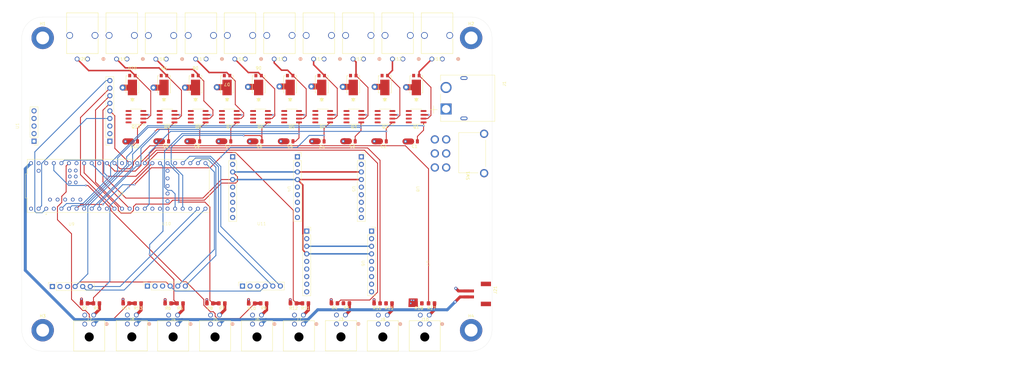
<source format=kicad_pcb>
(kicad_pcb (version 20240108) (generator "pcbnew") (generator_version "8.0")
  (layers (0 "F.Cu" signal) (1 "In1.Cu" signal) (2 "In2.Cu" signal) (31 "B.Cu" signal) (34 "B.Paste" user) (35 "F.Paste" user) (36 "B.SilkS" user "B.Silkscreen") (37 "F.SilkS" user "F.Silkscreen") (38 "B.Mask" user) (39 "F.Mask" user) (44 "Edge.Cuts" user))
  (net 0 "")
  (net 1 "+12V")
  (net 2 "Net-(D1-A)")
  (net 3 "Net-(D2-A)")
  (net 4 "Net-(D3-A)")
  (net 5 "Net-(D4-A)")
  (net 6 "Net-(D5-A)")
  (net 7 "Net-(D6-A)")
  (net 8 "Net-(D7-A)")
  (net 9 "Net-(D8-A)")
  (net 10 "Net-(D9-A)")
  (net 11 "GND")
  (net 12 "/pressure_transducers/PT1_O_RAW")
  (net 14 "+5V")
  (net 15 "/pressure_transducers/PT1_N_RAW")
  (net 18 "/pressure_transducers/PT1_P_RAW")
  (net 19 "/pressure_transducers/PT1_T_RAW")
  (net 21 "/pressure_transducers/PT1_I_RAW")
  (net 24 "/pressure_transducers/PT2_I_RAW")
  (net 25 "/pressure_transducers/PT3_I_RAW")
  (net 28 "/pressure_transducers/PT4_I_RAW")
  (net 29 "/pressure_transducers/PT5_I_RAW")
  (net 31 "/PV1_N")
  (net 32 "/PV1_O")
  (net 33 "/PV1_P")
  (net 34 "/PV1_T")
  (net 35 "/MBV1-I-1")
  (net 36 "/MBV1-I-2")
  (net 37 "/BV1-P")
  (net 38 "/BV1-T")
  (net 39 "/BV1-O")
  (net 40 "/PT1_O")
  (net 41 "/PT1_N")
  (net 42 "/PT1_P")
  (net 43 "/PT1_T")
  (net 44 "/PT1_I")
  (net 45 "/PT2_I")
  (net 46 "/PT3_I")
  (net 47 "/PT4_I")
  (net 48 "/PT5_I")
  (net 49 "/PV2_O")
  (net 50 "Net-(D10-A)")
  (net 51 "/IRQ")
  (net 60 "/LC1_RATE")
  (net 62 "/LC3_DATA")
  (net 63 "/LC3_RATE")
  (net 67 "/CS_Radio")
  (net 69 "/LC2_RATE")
  (net 73 "/RST")
  (net 74 "/MOSI")
  (net 77 "/LC2_DATA")
  (net 79 "/LC1_DATA")
  (net 80 "/SCL")
  (net 81 "/MISO")
  (net 82 "/SDA")
  (net 83 "+3V3")
  (net 85 "/SCK")
  (net 116 "Net-(SW1-A)")
  (footprint "Capacitor_SMD:C_0805_2012Metric" (layer "F.Cu") (at 146.133334 62.65 180)
    (property "Reference" "C2")
    (property "Value" "0.1u")
  )
  (footprint "hb_footprint_lib:CONN_SD-43045-001_04_MOL" (layer "F.Cu") (at 63.35 123.799999)
    (property "Reference" "J8")
    (property "Value" "0430450400")
  )
  (footprint "Resistor_SMD:R_0805_2012Metric_Pad1.20x1.40mm_HandSolder" (layer "F.Cu") (at 120 116.9 180)
    (property "Reference" "R11")
    (property "Value" "1K")
  )
  (footprint "Resistor_SMD:R_0805_2012Metric_Pad1.20x1.40mm_HandSolder" (layer "F.Cu") (at 129.725 116.875 180)
    (property "Reference" "R4")
    (property "Value" "2.7K")
  )
  (footprint "Capacitor_SMD:C_0805_2012Metric" (layer "F.Cu") (at 104.46667 62.65 180)
    (property "Reference" "C6")
    (property "Value" "0.1u")
  )
  (footprint "hb_footprint_lib:CONN02_1723103102_MOL" (layer "F.Cu") (at 99.841723 35.061852 180)
    (property "Reference" "J16")
    (property "Value" "1723103102")
  )
  (footprint "hb_footprint_lib:hx711_connector" (layer "F.Cu") (at 73.48875 90.7325)
    (property "Reference" "U10")
    (property "Value" "HX711")
  )
  (footprint "hb_footprint_lib:CONN02_1723103102_MOL" (layer "F.Cu") (at 113.043898 35.061852 180)
    (property "Reference" "J15")
    (property "Value" "1723103102")
  )
  (footprint "Package_SO:SOIC-8_3.9x4.9mm_P1.27mm" (layer "F.Cu") (at 63.232501 54.3865 180)
    (property "Reference" "Q10")
    (property "Value" "CWDM3011N TR13 PBFREE" (hide yes))
  )
  (footprint "hb_footprint_lib:POWERDI5_DIO" (layer "F.Cu") (at 125.457497 43.5459 180)
    (property "Reference" "D4" (hide yes))
    (property "Value" "SBRT20U60SP5-7")
  )
  (footprint "hb_footprint_lib:CONN02_1723103102_MOL" (layer "F.Cu") (at 152.650423 35.061852 180)
    (property "Reference" "J12")
    (property "Value" "1723103102")
  )
  (footprint "hb_footprint_lib:CONN_SD-43045-001_04_MOL" (layer "F.Cu") (at 105.277997 123.8357)
    (property "Reference" "J6")
    (property "Value" "0430450400")
  )
  (footprint "Resistor_SMD:R_0805_2012Metric_Pad1.20x1.40mm_HandSolder" (layer "F.Cu") (at 50 116.9 180)
    (property "Reference" "R1")
    (property "Value" "1K")
  )
  (footprint "Resistor_SMD:R_0805_2012Metric_Pad1.20x1.40mm_HandSolder" (layer "F.Cu") (at 162.235 116.9 180)
    (property "Reference" "R17")
    (property "Value" "1K")
  )
  (footprint "hb_footprint_lib:POWERDI5_DIO" (layer "F.Cu") (at 72.624167 43.5459 180)
    (property "Reference" "D9")
    (property "Value" "SBRT20U60SP5-7")
  )
  (footprint "Resistor_SMD:R_0805_2012Metric_Pad1.20x1.40mm_HandSolder" (layer "F.Cu") (at 78 116.9 180)
    (property "Reference" "R5")
    (property "Value" "1K")
  )
  (footprint "Package_SO:SOIC-8_3.9x4.9mm_P1.27mm" (layer "F.Cu") (at 157.082501 54.3865 180)
    (property "Reference" "Q1")
    (property "Value" "CWDM3011N TR13 PBFREE" (hide yes))
  )
  (footprint "Resistor_SMD:R_0805_2012Metric_Pad1.20x1.40mm_HandSolder" (layer "F.Cu") (at 88 116.9 180)
    (property "Reference" "R8")
    (property "Value" "2.7K")
  )
  (footprint "hb_footprint_lib:CONN_SD-43045-001_04_MOL" (layer "F.Cu") (at 133.4 123.8)
    (property "Reference" "J3")
    (property "Value" "0430450400")
  )
  (footprint "hb_footprint_lib:mcp9600_connector" (layer "F.Cu") (at 157.14 78.61 -90)
    (property "Reference" "U8")
    (property "Value" "MCP9600_Module")
  )
  (footprint "Capacitor_SMD:C_0805_2012Metric" (layer "F.Cu") (at 114.883336 62.65 180)
    (property "Reference" "C5")
    (property "Value" "0.1u")
  )
  (footprint "Capacitor_SMD:C_0805_2012Metric" (layer "F.Cu") (at 94.050004 62.65 180)
    (property "Reference" "C7")
    (property "Value" "0.1u")
  )
  (footprint "Package_SO:SOIC-8_3.9x4.9mm_P1.27mm" (layer "F.Cu") (at 115.371386 54.3865 180)
    (property "Reference" "Q5")
    (property "Value" "CWDM3011N TR13 PBFREE" (hide yes))
  )
  (footprint "hb_footprint_lib:teensy4.1" (layer "F.Cu") (at 57.31 77.58)
    (property "Reference" "U2")
    (property "Value" "teensy_4.1")
  )
  (footprint "hb_footprint_lib:CONN02_1723103102_MOL" (layer "F.Cu") (at 126.246073 35.061852 180)
    (property "Reference" "J14")
    (property "Value" "1723103102")
  )
  (footprint "hb_footprint_lib:POWERDI5_DIO" (layer "F.Cu") (at 83.190833 43.5459 180)
    (property "Reference" "D8")
    (property "Value" "SBRT20U60SP5-7")
  )
  (footprint "Package_SO:SOIC-8_3.9x4.9mm_P1.27mm" (layer "F.Cu") (at 84.088055 54.3865 180)
    (property "Reference" "Q8")
    (property "Value" "CWDM3011N TR13 PBFREE" (hide yes))
  )
  (footprint "hb_footprint_lib:mcp9600_connector" (layer "F.Cu") (at 114.04 78.61 -90)
    (property "Reference" "U4")
    (property "Value" "MCP9600_Module")
  )
  (footprint "hb_footprint_lib:CONN_SD-43045-001_04_MOL" (layer "F.Cu") (at 77.183699 123.8357)
    (property "Reference" "J4")
    (property "Value" "0430450400")
  )
  (footprint "Resistor_SMD:R_0805_2012Metric_Pad1.20x1.40mm_HandSolder" (layer "F.Cu") (at 133.725 116.85 180)
    (property "Reference" "R3")
    (property "Value" "1K")
  )
  (footprint "Resistor_SMD:R_0805_2012Metric_Pad1.20x1.40mm_HandSolder" (layer "F.Cu") (at 144 116.9 180)
    (property "Reference" "R16")
    (property "Value" "2.7K")
  )
  (footprint "hb_footprint_lib:CONN02_1723103102_MOL" (layer "F.Cu") (at 139.448248 35.061852 180)
    (property "Reference" "J13")
    (property "Value" "1723103102")
  )
  (footprint "hb_footprint_lib:CONN02_1723103102_MOL" (layer "F.Cu") (at 47.033023 35.061852 180)
    (property "Reference" "J20")
    (property "Value" "1723103102")
  )
  (footprint "hb_footprint_lib:hx711_connector" (layer "F.Cu") (at 41.65 90.8825)
    (property "Reference" "U9")
    (property "Value" "HX711")
  )
  (footprint "Resistor_SMD:R_0805_2012Metric_Pad1.20x1.40mm_HandSolder" (layer "F.Cu") (at 59.95 116.9 180)
    (property "Reference" "R14")
    (property "Value" "2.7K")
  )
  (footprint "MountingHole:MountingHole_4.3mm_M4_DIN965_Pad" (layer "F.Cu") (at 175.5 28)
    (property "Reference" "H2")
    (property "Value" "MountingHole")
  )
  (footprint "hb_footprint_lib:CONN02_1723103102_MOL" (layer "F.Cu") (at 86.7358 35.061852 180)
    (property "Reference" "J17")
    (property "Value" "1723103102")
  )
  (footprint "Package_SO:SOIC-8_3.9x4.9mm_P1.27mm" (layer "F.Cu") (at 125.799163 54.3865 180)
    (property "Reference" "Q4")
    (property "Value" "CWDM3011N TR13 PBFREE" (hide yes))
  )
  (footprint "Resistor_SMD:R_0805_2012Metric_Pad1.20x1.40mm_HandSolder" (layer "F.Cu") (at 92 116.9 180)
    (property "Reference" "R7")
    (property "Value" "1K")
  )
  (footprint "hb_footprint_lib:JST_S2B-PH-SM4-TB" (layer "F.Cu") (at 174.7 113.75 -90)
    (property "Reference" "J21")
    (property "Value" "5V Female")
  )
  (footprint "hb_footprint_lib:POWERDI5_DIO" (layer "F.Cu") (at 62.057501 43.5459 180)
    (property "Reference" "D10")
    (property "Value" "SBRT20U60SP5-7")
  )
  (footprint "Package_SO:SOIC-8_3.9x4.9mm_P1.27mm" (layer "F.Cu") (at 136.22694 54.3865 180)
    (property "Reference" "Q3")
    (property "Value" "CWDM3011N TR13 PBFREE" (hide yes))
  )
  (footprint "Resistor_SMD:R_0805_2012Metric_Pad1.20x1.40mm_HandSolder" (layer "F.Cu") (at 102 116.95 180)
    (property "Reference" "R10")
    (property "Value" "2.7K")
  )
  (footprint "hb_footprint_lib:AMASS_XT60PW-M" (layer "F.Cu") (at 173.1 48.2 -90)
    (property "Reference" "J1")
    (property "Value" "12V Female")
  )
  (footprint "hb_footprint_lib:POWERDI5_DIO" (layer "F.Cu") (at 93.757499 43.5459 180)
    (property "Reference" "D7")
    (property "Value" "SBRT20U60SP5-7")
  )
  (footprint "Package_SO:SOIC-8_3.9x4.9mm_P1.27mm" (layer "F.Cu") (at 104.943609 54.3865 180)
    (property "Reference" "Q6")
    (property "Value" "CWDM3011N TR13 PBFREE" (hide yes))
  )
  (footprint "hb_footprint_lib:POWERDI5_DIO" (layer "F.Cu") (at 146.590829 43.5459 180)
    (property "Reference" "D2" (hide yes))
    (property "Value" "SBRT20U60SP5-7")
  )
  (footprint "hb_footprint_lib:CONN_SD-43045-001_04_MOL" (layer "F.Cu") (at 147.419444 123.8357)
    (property "Reference" "J9")
    (property "Value" "0430450400")
  )
  (footprint "hb_footprint_lib:CONN02_1723103102_MOL" (layer "F.Cu") (at 60.235198 35.061852 180)
    (property "Reference" "J19")
    (property "Value" "1723103102")
  )
  (footprint "hb_footprint_lib:CONN_SD-43045-001_04_MOL" (layer "F.Cu") (at 49.089401 123.8357)
    (property "Reference" "J2")
    (property "Value" "0430450400")
  )
  (footprint "hb_footprint_lib:CONN_SD-43045-001_04_MOL" (layer "F.Cu") (at 161.466599 123.8357)
    (property "Reference" "J10")
    (property "Value" "0430450400")
  )
  (footprint "Package_SO:SOIC-8_3.9x4.9mm_P1.27mm" (layer "F.Cu") (at 73.660278 54.3865 180)
    (property "Reference" "Q9")
    (property "Value" "CWDM3011N TR13 PBFREE" (hide yes))
  )
  (footprint "Resistor_SMD:R_0805_2012Metric_Pad1.20x1.40mm_HandSolder" (layer "F.Cu") (at 46 116.9 180)
    (property "Reference" "R2")
    (property "Value" "2.7K")
  )
  (footprint "hb_footprint_lib:SW_1201M2S3AQE2" (layer "F.Cu") (at 179.85 66.7 90)
    (property "Reference" "SW1")
    (property "Value" "SW_SPST")
  )
  (footprint "hb_footprint_lib:hx711_connector" (layer "F.Cu") (at 105.3275 90.7325)
    (property "Reference" "U11")
    (property "Value" "HX711")
  )
  (footprint "hb_footprint_lib:mcp9600_connector" (layer "F.Cu") (at 160.565 103.5 -90)
    (property "Reference" "U7")
    (property "Value" "MCP9600_Module")
  )
  (footprint "Capacitor_SMD:C_0805_2012Metric" (layer "F.Cu") (at 73.216672 62.65 180)
    (property "Reference" "C9")
    (property "Value" "0.1u" (hide yes))
  )
  (footprint "hb_footprint_lib:CONN02_1723103102_MOL" (layer "F.Cu") (at 165.8526 35.061852 180)
    (property "Reference" "J11")
    (property "Value" "1723103102")
  )
  (footprint "Resistor_SMD:R_0805_2012Metric_Pad1.20x1.40mm_HandSolder" (layer "F.Cu") (at 106 116.9 180)
    (property "Reference" "R9")
    (property "Value" "1K")
  )
  (footprint "Package_SO:SOIC-8_3.9x4.9mm_P1.27mm" (layer "F.Cu") (at 94.515832 54.3865 180)
    (property "Reference" "Q7")
    (property "Value" "CWDM3011N TR13 PBFREE")
  )
  (footprint "MountingHole:MountingHole_4.3mm_M4_DIN965_Pad" (layer "F.Cu") (at 175.5 125.9)
    (property "Reference" "H4")
    (property "Value" "MountingHole")
  )
  (footprint "hb_footprint_lib:mcp9600_connector" (layer "F.Cu") (at 135.74 78.61 -90)
    (property "Reference" "U5")
    (property "Value" "MCP9600_Module")
  )
  (footprint "Resistor_SMD:R_0805_2012Metric_Pad1.20x1.40mm_HandSolder" (layer "F.Cu") (at 74 116.9 180)
    (property "Reference" "R6")
    (property "Value" "2.7K")
  )
  (footprint "hb_footprint_lib:CONN_SD-43045-001_04_MOL" (layer "F.Cu") (at 91.230848 123.8357)
    (property "Reference" "J5")
    (property "Value" "0430450400")
  )
  (footprint "hb_footprint_lib:CONN_SD-43045-001_04_MOL" (layer "F.Cu") (at 119.325146 123.8357)
    (property "Reference" "J7")
    (property "Value" "0430450400")
  )
  (footprint "hb_footprint_lib:CONN02_1723103102_MOL" (layer "F.Cu") (at 73.39055 35.0897 180)
    (property "Reference" "J18")
    (property "Value" "1723103102")
  )
  (footprint "hb_footprint_lib:rfm95_connector" (layer "F.Cu") (at 24.02 57.46 90)
    (property "Reference" "U1")
    (property "Value" "RFM95")
  )
  (footprint "Capacitor_SMD:C_0805_2012Metric" (layer "F.Cu") (at 62.8 62.65 180)
    (property "Reference" "C10")
    (property "Value" "0.1u")
  )
  (footprint "MountingHole:MountingHole_4.3mm_M4_DIN965_Pad" (layer "F.Cu") (at 32 125.9)
    (property "Reference" "H3")
    (property "Value" "MountingHole")
  )
  (footprint "hb_footprint_lib:mcp9600_connector" (layer "F.Cu") (at 138.85 103.5 -90)
    (property "Reference" "U6")
    (property "Value" "MCP9600_Module")
  )
  (footprint "Capacitor_SMD:C_0805_2012Metric" (layer "F.Cu") (at 125.300002 62.65 180)
    (property "Reference" "C4")
    (property "Value" "0.1u")
  )
  (footprint "Package_SO:SOIC-8_3.9x4.9mm_P1.27mm" (layer "F.Cu") (at 146.654717 54.3865 180)
    (property "Reference" "Q2")
    (property "Value" "CWDM3011N TR13 PBFREE" (hide yes))
  )
  (footprint "Resistor_SMD:R_0805_2012Metric_Pad1.20x1.40mm_HandSolder" (layer "F.Cu") (at 116 116.9 180)
    (property "Reference" "R12")
    (property "Value" "2.7K")
  )
  (footprint "hb_footprint_lib:POWERDI5_DIO" (layer "F.Cu") (at 114.890831 43.5459 180)
    (property "Reference" "D5" (hide yes))
    (property "Value" "SBRT20U60SP5-7")
  )
  (footprint "Capacitor_SMD:C_0805_2012Metric" (layer "F.Cu") (at 135.716668 62.65 180)
    (property "Reference" "C3")
    (property "Value" "0.1u")
  )
  (footprint "Resistor_SMD:R_0805_2012Metric_Pad1.20x1.40mm_HandSolder" (layer "F.Cu") (at 148 116.9 180)
    (property "Reference" "R15")
    (property "Value" "1K")
  )
  (footprint "hb_footprint_lib:POWERDI5_DIO" (layer "F.Cu") (at 136.024163 43.5459 180)
    (property "Reference" "D3" (hide yes))
    (property "Value" "SBRT20U60SP5-7")
  )
  (footprint "Resistor_SMD:R_0805_2012Metric_Pad1.20x1.40mm_HandSolder" (layer "F.Cu") (at 158 116.9 180)
    (property "Reference" "R18")
    (property "Value" "2.7K")
  )
  (footprint "hb_footprint_lib:POWERDI5_DIO" (layer "F.Cu") (at 157.157501 43.5459 180)
    (property "Reference" "D1" (hide yes))
    (property "Value" "SBRT20U60SP5-7")
  )
  (footprint "Capacitor_SMD:C_0805_2012Metric" (layer "F.Cu") (at 83.633338 62.65 180)
    (property "Reference" "C8")
    (property "Value" "0.1u")
  )
  (footprint "MountingHole:MountingHole_4.3mm_M4_DIN965_Pad" (layer "F.Cu") (at 32 28)
    (property "Reference" "H1")
    (property "Value" "MountingHole")
  )
  (footprint "Capacitor_SMD:C_0805_2012Metric" (layer "F.Cu") (at 156.55 62.65 180)
    (property "Reference" "C1")
    (property "Value" "0.1u")
  )
  (footprint "hb_footprint_lib:POWERDI5_DIO" (layer "F.Cu") (at 104.324165 43.5459 180)
    (property "Reference" "D6")
    (property "Value" "SBRT20U60SP5-7")
  )
  (footprint "Resistor_SMD:R_0805_2012Metric_Pad1.20x1.40mm_HandSolder" (layer "F.Cu") (at 63.95 116.9 180)
    (property "Reference" "R13")
    (property "Value" "1K")
  )
  (gr_line (start 175.5 132.9) (end 32 132.9) (stroke (width 0.05)) (layer "Edge.Cuts"))
  (gr_line (start 182.5 28) (end 182.5 125.9) (stroke (width 0.05)) (layer "Edge.Cuts"))
  (gr_arc (start 25 28) (mid 27.050253 23.050253) (end 32 21) (stroke (width 0.05)) (layer "Edge.Cuts"))
  (gr_line (start 25 28) (end 25 125.9) (stroke (width 0.05)) (layer "Edge.Cuts"))
  (gr_arc (start 182.5 125.9) (mid 180.449747 130.849747) (end 175.5 132.9) (stroke (width 0.05)) (layer "Edge.Cuts"))
  (gr_line (start 32 21) (end 175.5 21) (stroke (width 0.05)) (layer "Edge.Cuts"))
  (gr_arc (start 175.5 21) (mid 180.449747 23.050253) (end 182.5 28) (stroke (width 0.05)) (layer "Edge.Cuts"))
  (gr_arc (start 32 132.9) (mid 27.050253 130.849747) (end 25 125.9) (stroke (width 0.05)) (layer "Edge.Cuts"))
  (segment (start 135.744 44.391) (end 132.513499 44.391) (width 2) (layer "F.Cu") (net 1))
  (segment (start 114.535 44.264) (end 111.304499 44.264) (width 2) (layer "F.Cu") (net 1))
  (segment (start 62.057501 44.6) (end 62.012501 44.645) (width 2) (layer "F.Cu") (net 1))
  (segment (start 156.953 44.518) (end 153.722499 44.518) (width 2) (layer "F.Cu") (net 1))
  (segment (start 146.412 44.391) (end 143.181499 44.391) (width 2) (layer "F.Cu") (net 1))
  (segment (start 103.994 44.391) (end 100.763499 44.391) (width 2) (layer "F.Cu") (net 1))
  (segment (start 82.87625 44.645) (end 79.645749 44.645) (width 2) (layer "F.Cu") (net 1))
  (segment (start 125.203 44.264) (end 121.972499 44.264) (width 2) (layer "F.Cu") (net 1))
  (segment (start 93.54425 44.518) (end 90.313749 44.518) (width 2) (layer "F.Cu") (net 1))
  (segment (start 62.012501 44.645) (end 58.782 44.645) (width 2) (layer "F.Cu") (net 1))
  (segment (start 72.33525 44.645) (end 69.104749 44.645) (width 2) (layer "F.Cu") (net 1))
  (via (at 100.763499 44.391) (size 2) (drill 1) (layers "F.Cu" "B.Cu") (net 1))
  (via (at 69.104749 44.645) (size 2) (drill 1) (layers "F.Cu" "B.Cu") (net 1))
  (via (at 79.645749 44.645) (size 2) (drill 1) (layers "F.Cu" "B.Cu") (net 1))
  (via (at 132.513499 44.391) (size 2) (drill 1) (layers "F.Cu" "B.Cu") (net 1))
  (via (at 90.313749 44.518) (size 2) (drill 1) (layers "F.Cu" "B.Cu") (net 1))
  (via (at 58.782 44.645) (size 2) (drill 1) (layers "F.Cu" "B.Cu") (net 1))
  (via (at 121.972499 44.264) (size 2) (drill 1) (layers "F.Cu" "B.Cu") (net 1))
  (via (at 153.722499 44.518) (size 2) (drill 1) (layers "F.Cu" "B.Cu") (net 1))
  (via (at 143.181499 44.391) (size 2) (drill 1) (layers "F.Cu" "B.Cu") (net 1))
  (via (at 111.304499 44.264) (size 2) (drill 1) (layers "F.Cu" "B.Cu") (net 1))
  (segment (start 162.033 53.946239) (end 162.033 44.567698) (width 0.3) (layer "F.Cu") (net 2))
  (segment (start 158.077502 40.6122) (end 158.077502 39.33175) (width 0.5) (layer "F.Cu") (net 2))
  (segment (start 160.957739 55.0215) (end 162.033 53.946239) (width 0.3) (layer "F.Cu") (net 2))
  (segment (start 159.557501 55.0215) (end 160.957739 55.0215) (width 0.3) (layer "F.Cu") (net 2))
  (segment (start 162.033 44.567698) (end 158.077502 40.6122) (width 0.3) (layer "F.Cu") (net 2))
  (segment (start 158.077502 39.33175) (end 162.3474 35.061852) (width 0.5) (layer "F.Cu") (net 2))
  (segment (start 151.619 53.946239) (end 151.619 44.72037) (width 0.3) (layer "F.Cu") (net 3))
  (segment (start 150.543739 55.0215) (end 151.619 53.946239) (width 0.3) (layer "F.Cu") (net 3))
  (segment (start 149.145223 38.863777) (end 149.145223 35.061852) (width 0.5) (layer "F.Cu") (net 3))
  (segment (start 151.619 44.72037) (end 147.51083 40.6122) (width 0.3) (layer "F.Cu") (net 3))
  (segment (start 147.51083 40.49817) (end 149.145223 38.863777) (width 0.5) (layer "F.Cu") (net 3))
  (segment (start 149.129717 55.0215) (end 150.543739 55.0215) (width 0.3) (layer "F.Cu") (net 3))
  (segment (start 147.51083 40.6122) (end 147.51083 40.49817) (width 0.3) (layer "F.Cu") (net 3))
  (segment (start 138.70194 55.0215) (end 139.932028 55.0215) (width 0.3) (layer "F.Cu") (net 4))
  (segment (start 139.932028 55.0215) (end 140.951 54.002528) (width 0.3) (layer "F.Cu") (net 4))
  (segment (start 140.951 44.619036) (end 136.944164 40.6122) (width 0.3) (layer "F.Cu") (net 4))
  (segment (start 136.944164 36.062968) (end 135.943048 35.061852) (width 0.5) (layer "F.Cu") (net 4))
  (segment (start 136.944164 40.6122) (end 136.944164 36.062968) (width 0.5) (layer "F.Cu") (net 4))
  (segment (start 140.951 54.002528) (end 140.951 44.619036) (width 0.3) (layer "F.Cu") (net 4))
  (segment (start 122.740873 35.061852) (end 122.740873 36.975575) (width 0.5) (layer "F.Cu") (net 5))
  (segment (start 128.274163 55.0215) (end 129.645028 55.0215) (width 0.3) (layer "F.Cu") (net 5))
  (segment (start 130.664 44.898702) (end 126.377498 40.6122) (width 0.3) (layer "F.Cu") (net 5))
  (segment (start 122.740873 36.975575) (end 126.377498 40.6122) (width 0.5) (layer "F.Cu") (net 5))
  (segment (start 129.645028 55.0215) (end 130.664 54.002528) (width 0.3) (layer "F.Cu") (net 5))
  (segment (start 130.664 54.002528) (end 130.664 44.898702) (width 0.3) (layer "F.Cu") (net 5))
  (segment (start 120.265 45.066368) (end 115.810832 40.6122) (width 0.3) (layer "F.Cu") (net 6))
  (segment (start 114.001632 38.803) (end 115.810832 40.6122) (width 0.5) (layer "F.Cu") (net 6))
  (segment (start 117.846386 55.0215) (end 119.301739 55.0215) (width 0.3) (layer "F.Cu") (net 6))
  (segment (start 119.301739 55.0215) (end 120.265 54.058239) (width 0.3) (layer "F.Cu") (net 6))
  (segment (start 109.538698 35.061852) (end 109.538698 36.346698) (width 0.5) (layer "F.Cu") (net 6))
  (segment (start 111.995 38.803) (end 114.001632 38.803) (width 0.5) (layer "F.Cu") (net 6))
  (segment (start 109.538698 36.346698) (end 111.995 38.803) (width 0.5) (layer "F.Cu") (net 6))
  (segment (start 120.265 54.058239) (end 120.265 45.066368) (width 0.3) (layer "F.Cu") (net 6))
  (segment (start 109.724 54.058239) (end 109.724 53.519761) (width 0.3) (layer "F.Cu") (net 7))
  (segment (start 109.709 45.077034) (end 105.244166 40.6122) (width 0.3) (layer "F.Cu") (net 7))
  (segment (start 104.222666 39.5907) (end 105.244166 40.6122) (width 0.5) (layer "F.Cu") (net 7))
  (segment (start 108.760739 55.0215) (end 109.724 54.058239) (width 0.3) (layer "F.Cu") (net 7))
  (segment (start 109.709 53.504761) (end 109.709 45.077034) (width 0.3) (layer "F.Cu") (net 7))
  (segment (start 100.865371 39.5907) (end 104.222666 39.5907) (width 0.5) (layer "F.Cu") (net 7))
  (segment (start 96.336523 35.061852) (end 100.865371 39.5907) (width 0.5) (layer "F.Cu") (net 7))
  (segment (start 109.724 53.519761) (end 109.709 53.504761) (width 0.3) (layer "F.Cu") (net 7))
  (segment (start 107.418609 55.0215) (end 108.760739 55.0215) (width 0.3) (layer "F.Cu") (net 7))
  (segment (start 98.4435 55.0215) (end 96.990832 55.0215) (width 0.3) (layer "F.Cu") (net 8))
  (segment (start 96.501 50.305406) (end 96.501 42.4357) (width 0.3) (layer "F.Cu") (net 8))
  (segment (start 96.501 42.4357) (end 94.6775 40.6122) (width 0.3) (layer "F.Cu") (net 8))
  (segment (start 97.317594 51.122) (end 99.31 53.114406) (width 0.3) (layer "F.Cu") (net 8))
  (segment (start 83.2306 35.061852) (end 87.759448 39.5907) (width 0.5) (layer "F.Cu") (net 8))
  (segment (start 99.31 54.155) (end 98.4435 55.0215) (width 0.3) (layer "F.Cu") (net 8))
  (segment (start 97.317594 51.122) (end 96.501 50.305406) (width 0.3) (layer "F.Cu") (net 8))
  (segment (start 99.31 53.114406) (end 99.31 54.155) (width 0.3) (layer "F.Cu") (net 8))
  (segment (start 93.656 39.5907) (end 94.6775 40.6122) (width 0.5) (layer "F.Cu") (net 8))
  (segment (start 87.759448 39.5907) (end 93.656 39.5907) (width 0.5) (layer "F.Cu") (net 8))
  (segment (start 84.110834 40.255834) (end 84.110834 40.6122) (width 0.5) (layer "F.Cu") (net 9))
  (segment (start 87.932739 55.0215) (end 89.008 53.946239) (width 0.3) (layer "F.Cu") (net 9))
  (segment (start 85.96 42.461366) (end 84.110834 40.6122) (width 0.3) (layer "F.Cu") (net 9))
  (segment (start 89.008 52.138) (end 85.96 49.09) (width 0.3) (layer "F.Cu") (net 9))
  (segment (start 86.563055 55.0215) (end 87.932739 55.0215) (width 0.3) (layer "F.Cu") (net 9))
  (segment (start 85.96 49.09) (end 85.96 42.461366) (width 0.3) (layer "F.Cu") (net 9))
  (segment (start 73.34465 38.549) (end 82.404 38.549) (width 0.5) (layer "F.Cu") (net 9))
  (segment (start 82.404 38.549) (end 84.110834 40.255834) (width 0.5) (layer "F.Cu") (net 9))
  (segment (start 69.88535 35.0897) (end 73.34465 38.549) (width 0.5) (layer "F.Cu") (net 9))
  (segment (start 89.008 53.946239) (end 89.008 52.138) (width 0.3) (layer "F.Cu") (net 9))
  (segment (start 77.518739 55.0215) (end 78.482 54.058239) (width 0.3) (layer "F.Cu") (net 10))
  (segment (start 76.135278 55.0215) (end 77.518739 55.0215) (width 0.3) (layer "F.Cu") (net 10))
  (segment (start 78.482 54.058239) (end 78.482 45.550032) (width 0.3) (layer "F.Cu") (net 10))
  (segment (start 59.671 38.041) (end 70.972968 38.041) (width 0.5) (layer "F.Cu") (net 10))
  (segment (start 59.671 38.002854) (end 59.671 38.041) (width 0.5) (layer "F.Cu") (net 10))
  (segment (start 78.482 45.550032) (end 73.544168 40.6122) (width 0.3) (layer "F.Cu") (net 10))
  (segment (start 56.729998 35.061852) (end 59.671 38.002854) (width 0.5) (layer "F.Cu") (net 10))
  (segment (start 70.972968 38.041) (end 73.544168 40.6122) (width 0.5) (layer "F.Cu") (net 10))
  (segment (start 171.25 112.75) (end 170.375 111.875) (width 1) (layer "F.Cu") (net 11))
  (segment (start 59.7 62.65) (end 59.671 62.679) (width 2) (layer "F.Cu") (net 11))
  (segment (start 58.909 115.511) (end 58.909 116.961) (width 1) (layer "F.Cu") (net 11))
  (segment (start 142.983 115.638) (end 142.983 117.088) (width 1) (layer "F.Cu") (net 11))
  (segment (start 138.70194 53.7515) (end 140.2785 53.7515) (width 0.5) (layer "F.Cu") (net 11))
  (segment (start 150.857 53.789) (end 150.8195 53.7515) (width 0.5) (layer "F.Cu") (net 11))
  (segment (start 92.85 62.625) (end 91.375 62.625) (width 2) (layer "F.Cu") (net 11))
  (segment (start 159.557501 53.7515) (end 161.271 53.789) (width 0.5) (layer "F.Cu") (net 11))
  (segment (start 98.6225 53.7515) (end 98.66 53.789) (width 0.5) (layer "F.Cu") (net 11))
  (segment (start 157 116.9) (end 155.275 116.9) (width 1) (layer "F.Cu") (net 11))
  (segment (start 73.006 115.638) (end 73.006 117.088) (width 1) (layer "F.Cu") (net 11))
  (segment (start 143.5 62.625) (end 143.05 62.625) (width 2) (layer "F.Cu") (net 11))
  (segment (start 86.976 115.638) (end 86.976 117.088) (width 1) (layer "F.Cu") (net 11))
  (segment (start 61.85 62.65) (end 59.7 62.65) (width 2) (layer "F.Cu") (net 11))
  (segment (start 100.946 115.638) (end 100.946 117.088) (width 1) (layer "F.Cu") (net 11))
  (segment (start 149.129717 53.7515) (end 150.857 53.789) (width 0.5) (layer "F.Cu") (net 11))
  (segment (start 82.35 62.625) (end 80.875 62.625) (width 2) (layer "F.Cu") (net 11))
  (segment (start 77.7945 53.7515) (end 77.832 53.789) (width 0.5) (layer "F.Cu") (net 11))
  (segment (start 67.3805 53.7515) (end 67.418 53.789) (width 0.5) (layer "F.Cu") (net 11))
  (segment (start 128.274163 53.7515) (end 129.9915 53.7515) (width 0.5) (layer "F.Cu") (net 11))
  (segment (start 122.65 62.625) (end 122.2 62.625) (width 2) (layer "F.Cu") (net 11))
  (segment (start 155.425 62.675) (end 153.95 62.675) (width 2) (layer "F.Cu") (net 11))
  (segment (start 144.975 62.625) (end 143.5 62.625) (width 2) (layer "F.Cu") (net 11))
  (segment (start 153.95 62.675) (end 153.5 62.675) (width 2) (layer "F.Cu") (net 11))
  (segment (start 45 115.45) (end 45 116.9) (width 1) (layer "F.Cu") (net 11))
  (segment (start 96.990832 53.7515) (end 98.6225 53.7515) (width 0.5) (layer "F.Cu") (net 11))
  (segment (start 134.575 62.6) (end 133.1 62.6) (width 2) (layer "F.Cu") (net 11))
  (segment (start 70.5 62.625) (end 70.05 62.625) (width 2) (layer "F.Cu") (net 11))
  (segment (start 80.875 62.625) (end 80.425 62.625) (width 2) (layer "F.Cu") (net 11))
  (segment (start 107.418609 53.7515) (end 109.0365 53.7515) (width 0.5) (layer "F.Cu") (net 11))
  (segment (start 174.7 112.75) (end 171.25 112.75) (width 1) (layer "F.Cu") (net 11))
  (segment (start 109.0365 53.7515) (end 109.074 53.789) (width 0.5) (layer "F.Cu") (net 11))
  (segment (start 114.916 115.638) (end 114.916 117.088) (width 1) (layer "F.Cu") (net 11))
  (segment (start 128.632 115.638) (end 128.632 117.088) (width 1) (layer "F.Cu") (net 11))
  (segment (start 130.029 53.789) (end 129.9915 53.7515) (width 0.5) (layer "F.Cu") (net 11))
  (segment (start 117.846386 53.7515) (end 119.5775 53.7515) (width 0.5) (layer "F.Cu") (net 11))
  (segment (start 133.1 62.6) (end 132.65 62.6) (width 2) (layer "F.Cu") (net 11))
  (segment (start 91.375 62.625) (end 90.925 62.625) (width 2) (layer "F.Cu") (net 11))
  (segment (start 124.125 62.625) (end 122.65 62.625) (width 2) (layer "F.Cu") (net 11))
  (segment (start 103.275 62.65) (end 101.8 62.65) (width 2) (layer "F.Cu") (net 11))
  (segment (start 65.707501 53.7515) (end 67.3805 53.7515) (width 0.5) (layer "F.Cu") (net 11))
  (segment (start 112.2 62.625) (end 111.75 62.625) (width 2) (layer "F.Cu") (net 11))
  (segment (start 140.316 53.789) (end 140.2785 53.7515) (width 0.5) (layer "F.Cu") (net 11))
  (segment (start 113.675 62.625) (end 112.2 62.625) (width 2) (layer "F.Cu") (net 11))
  (segment (start 76.135278 53.7515) (end 77.7945 53.7515) (width 0.5) (layer "F.Cu") (net 11))
  (segment (start 71.975 62.625) (end 70.5 62.625) (width 2) (layer "F.Cu") (net 11))
  (segment (start 86.563055 53.7515) (end 88.2085 53.7515) (width 0.5) (layer "F.Cu") (net 11))
  (segment (start 88.2085 53.7515) (end 88.246 53.789) (width 0.5) (layer "F.Cu") (net 11))
  (segment (start 161.271 53.789) (end 161.2335 53.7515) (width 0.5) (layer "F.Cu") (net 11))
  (segment (start 101.8 62.65) (end 101.35 62.65) (width 2) (layer "F.Cu") (net 11))
  (segment (start 119.5775 53.7515) (end 119.615 53.789) (width 0.5) (layer "F.Cu") (net 11))
  (via (at 73.006 115.638) (size 0.6) (drill 0.3) (layers "F.Cu" "B.Cu") (net 11))
  (via (at 140.2785 53.7515) (size 0.6) (drill 0.3) (layers "F.Cu" "B.Cu") (net 11))
  (via (at 143.05 62.625) (size 1) (drill 0.5) (layers "F.Cu" "B.Cu") (net 11))
  (via (at 67.418 53.789) (size 0.6) (drill 0.3) (layers "F.Cu" "B.Cu") (net 11))
  (via (at 155.275 116.9) (size 0.6) (drill 0.3) (layers "F.Cu" "B.Cu") (net 11))
  (via (at 88.246 53.789) (size 0.6) (drill 0.3) (layers "F.Cu" "B.Cu") (net 11))
  (via (at 70.05 62.625) (size 1) (drill 0.5) (layers "F.Cu" "B.Cu") (net 11))
  (via (at 156.25 115.9) (size 0.6) (drill 0.3) (layers "F.Cu" "B.Cu") (net 11))
  (via (at 161.271 53.789) (size 0.6) (drill 0.3) (layers "F.Cu" "B.Cu") (net 11))
  (via (at 119.615 53.789) (size 0.6) (drill 0.3) (layers "F.Cu" "B.Cu") (net 11))
  (via (at 142.983 115.638) (size 0.6) (drill 0.3) (layers "F.Cu" "B.Cu") (net 11))
  (via (at 153.5 62.675) (size 1) (drill 0.5) (layers "F.Cu" "B.Cu") (net 11))
  (via (at 100.946 115.638) (size 0.6) (drill 0.3) (layers "F.Cu" "B.Cu") (net 11))
  (via (at 101.35 62.65) (size 1) (drill 0.5) (layers "F.Cu" "B.Cu") (net 11))
  (via (at 109.074 53.789) (size 0.6) (drill 0.3) (layers "F.Cu" "B.Cu") (net 11))
  (via (at 155.5 115.875) (size 0.6) (drill 0.3) (layers "F.Cu" "B.Cu") (net 11))
  (via (at 86.976 115.638) (size 0.6) (drill 0.3) (layers "F.Cu" "B.Cu") (net 11))
  (via (at 128.632 115.638) (size 0.6) (drill 0.3) (layers "F.Cu" "B.Cu") (net 11))
  (via (at 114.916 115.638) (size 0.6) (drill 0.3) (layers "F.Cu" "B.Cu") (net 11))
  (via (at 111.75 62.625) (size 1) (drill 0.5) (layers "F.Cu" "B.Cu") (net 11))
  (via (at 129.9915 53.7515) (size 0.6) (drill 0.3) (layers "F.Cu" "B.Cu") (net 11))
  (via (at 170.375 111.875) (size 1) (drill 0.5) (layers "F.Cu" "B.Cu") (net 11))
  (via (at 45 115.45) (size 0.6) (drill 0.3) (layers "F.Cu" "B.Cu") (net 11))
  (via (at 122.2 62.625) (size 1) (drill 0.5) (layers "F.Cu" "B.Cu") (net 11))
  (via (at 59.7 62.65) (size 1) (drill 0.5) (layers "F.Cu" "B.Cu") (net 11))
  (via (at 58.909 115.511) (size 0.6) (drill 0.3) (layers "F.Cu" "B.Cu") (net 11))
  (via (at 77.832 53.789) (size 0.6) (drill 0.3) (layers "F.Cu" "B.Cu") (net 11))
  (via (at 132.65 62.6) (size 1) (drill 0.5) (layers "F.Cu" "B.Cu") (net 11))
  (via (at 80.425 62.625) (size 1) (drill 0.5) (layers "F.Cu" "B.Cu") (net 11))
  (via (at 90.925 62.625) (size 1) (drill 0.5) (layers "F.Cu" "B.Cu") (net 11))
  (via (at 150.857 53.789) (size 0.6) (drill 0.3) (layers "F.Cu" "B.Cu") (net 11))
  (via (at 98.66 53.789) (size 0.6) (drill 0.3) (layers "F.Cu" "B.Cu") (net 11))
  (segment (start 49.089401 120.835701) (end 51 118.925102) (width 1) (layer "F.Cu") (net 12))
  (segment (start 51 118.925102) (end 51 116.9) (width 1) (layer "F.Cu") (net 12))
  (segment (start 171.8 114.75) (end 170.125 116.425) (width 1) (layer "F.Cu") (net 14))
  (segment (start 174.7 114.75) (end 171.8 114.75) (width 1) (layer "F.Cu") (net 14))
  (via (at 170.125 116.425) (size 1) (drill 0.5) (layers "F.Cu" "B.Cu") (net 14))
  (segment (start 26.175 71.85) (end 26.175 105.825) (width 1) (layer "B.Cu") (net 14))
  (segment (start 64.801699 122.3483) (end 63.35 123.799999) (width 1) (layer "B.Cu") (net 14))
  (segment (start 42.6983 122.3483) (end 50.576801 122.3483) (width 1) (layer "B.Cu") (net 14))
  (segment (start 50.612502 122.312599) (end 49.089401 123.8357) (width 1) (layer "B.Cu") (net 14))
  (segment (start 167.5 119.05) (end 124.110846 119.05) (width 1) (layer "B.Cu") (net 14))
  (segment (start 120.873445 122.287401) (end 119.325146 123.8357) (width 1) (layer "B.Cu") (net 14))
  (segment (start 170.125 116.425) (end 167.5 119.05) (width 1) (layer "B.Cu") (net 14))
  (segment (start 78.671099 122.3483) (end 77.183699 123.8357) (width 1) (layer "B.Cu") (net 14))
  (segment (start 106.765397 122.3483) (end 92.718248 122.3483) (width 1) (layer "B.Cu") (net 14))
  (segment (start 28.065 69.96) (end 26.175 71.85) (width 1) (layer "B.Cu") (net 14))
  (segment (start 124.110846 119.05) (end 120.812546 122.3483) (width 1) (layer "B.Cu") (net 14))
  (segment (start 50.576801 122.3483) (end 50.612502 122.312599) (width 1) (layer "B.Cu") (net 14))
  (segment (start 64.765998 122.312599) (end 50.612502 122.312599) (width 1) (layer "B.Cu") (net 14))
  (segment (start 105.277997 123.8357) (end 106.765397 122.3483) (width 1) (layer "B.Cu") (net 14))
  (segment (start 120.812546 122.3483) (end 120.873445 122.287401) (width 1) (layer "B.Cu") (net 14))
  (segment (start 106.765397 122.3483) (end 120.812546 122.3483) (width 1) (layer "B.Cu") (net 14))
  (segment (start 92.718248 122.3483) (end 91.230848 123.8357) (width 1) (layer "B.Cu") (net 14))
  (segment (start 78.671099 122.3483) (end 64.801699 122.3483) (width 1) (layer "B.Cu") (net 14))
  (segment (start 92.718248 122.3483) (end 78.671099 122.3483) (width 1) (layer "B.Cu") (net 14))
  (segment (start 26.175 105.825) (end 42.6983 122.3483) (width 1) (layer "B.Cu") (net 14))
  (segment (start 64.801699 122.3483) (end 64.765998 122.312599) (width 1) (layer "B.Cu") (net 14))
  (segment (start 133.4 120.800001) (end 134.725 119.475001) (width 1) (layer "F.Cu") (net 15))
  (segment (start 134.725 119.475001) (end 134.725 116.85) (width 1) (layer "F.Cu") (net 15))
  (segment (start 79 119.0194) (end 79 116.9) (width 1) (layer "F.Cu") (net 18))
  (segment (start 77.183699 120.835701) (end 79 119.0194) (width 1) (layer "F.Cu") (net 18))
  (segment (start 91.230848 120.835701) (end 93 119.066549) (width 1) (layer "F.Cu") (net 19))
  (segment (start 93 119.066549) (end 93 116.9) (width 1) (layer "F.Cu") (net 19))
  (segment (start 107 119.113698) (end 107 116.9) (width 1) (layer "F.Cu") (net 21))
  (segment (start 105.277997 120.835701) (end 107 119.113698) (width 1) (layer "F.Cu") (net 21))
  (segment (start 119.325146 120.835701) (end 121 119.160847) (width 1) (layer "F.Cu") (net 24))
  (segment (start 121 119.160847) (end 121 116.9) (width 1) (layer "F.Cu") (net 24))
  (segment (start 63.35 120.8) (end 64.95 119.2) (width 1) (layer "F.Cu") (net 25))
  (segment (start 64.95 119.2) (end 64.95 116.9) (width 1) (layer "F.Cu") (net 25))
  (segment (start 149 119.255145) (end 149 116.9) (width 1) (layer "F.Cu") (net 28))
  (segment (start 147.419444 120.835701) (end 149 119.255145) (width 1) (layer "F.Cu") (net 28))
  (segment (start 161.466599 120.835701) (end 163.235 119.0673) (width 1) (layer "F.Cu") (net 29))
  (segment (start 163.235 119.0673) (end 163.235 116.9) (width 1) (layer "F.Cu") (net 29))
  (segment (start 159.575 56.308999) (end 159.557501 56.2915) (width 0.3) (layer "F.Cu") (net 31))
  (segment (start 159.575 58.914) (end 157.5 60.989) (width 0.3) (layer "F.Cu") (net 31))
  (segment (start 157.5 60.989) (end 157.5 62.65) (width 0.3) (layer "F.Cu") (net 31))
  (segment (start 159.575 57.4) (end 159.575 58.914) (width 0.3) (layer "F.Cu") (net 31))
  (segment (start 159.575 57.4) (end 159.575 56.308999) (width 0.3) (layer "F.Cu") (net 31))
  (via (at 159.575 57.4) (size 0.6) (drill 0.3) (layers "F.Cu" "B.Cu") (net 31))
  (segment (start 40.01 83.45) (end 45.504 83.45) (width 0.3) (layer "B.Cu") (net 31))
  (segment (start 45.504 83.45) (end 54.75 74.204) (width 0.3) (layer "B.Cu") (net 31))
  (segment (start 67.180129 57.4) (end 159.575 57.4) (width 0.3) (layer "B.Cu") (net 31))
  (segment (start 54.75 74.204) (end 54.75 69.830129) (width 0.3) (layer "B.Cu") (net 31))
  (segment (start 38.26 85.2) (end 40.01 83.45) (width 0.3) (layer "B.Cu") (net 31))
  (segment (start 54.75 69.830129) (end 67.180129 57.4) (width 0.3) (layer "B.Cu") (net 31))
  (segment (start 147.075 58.346217) (end 149.129717 56.2915) (width 0.3) (layer "F.Cu") (net 32))
  (segment (start 147.075 59.3) (end 147.075 58.346217) (width 0.3) (layer "F.Cu") (net 32))
  (segment (start 147.075 59.3) (end 147.083334 59.308334) (width 0.3) (layer "F.Cu") (net 32))
  (segment (start 147.083334 59.308334) (end 147.083334 62.65) (width 0.3) (layer "F.Cu") (net 32))
  (via (at 147.075 59.3) (size 0.6) (drill 0.3) (layers "F.Cu" "B.Cu") (net 32))
  (segment (start 147.075 59.3) (end 74.825 59.3) (width 0.3) (layer "B.Cu") (net 32))
  (segment (start 67.672 83.728) (end 66.2 85.2) (width 0.3) (layer "B.Cu") (net 32))
  (segment (start 67.672 66.453) (end 67.672 83.728) (width 0.3) (layer "B.Cu") (net 32))
  (segment (start 74.825 59.3) (end 67.672 66.453) (width 0.3) (layer "B.Cu") (net 32))
  (segment (start 138.6 56.39344) (end 138.70194 56.2915) (width 0.3) (layer "F.Cu") (net 33))
  (segment (start 138.6 59.061) (end 136.666668 60.994332) (width 0.3) (layer "F.Cu") (net 33))
  (segment (start 138.6 58.05) (end 138.6 56.39344) (width 0.3) (layer "F.Cu") (net 33))
  (segment (start 136.666668 60.994332) (end 136.666668 62.65) (width 0.3) (layer "F.Cu") (net 33))
  (segment (start 138.6 58.05) (end 138.6 59.061) (width 0.3) (layer "F.Cu") (net 33))
  (via (at 138.6 58.05) (size 0.6) (drill 0.3) (layers "F.Cu" "B.Cu") (net 33))
  (segment (start 67.337235 57.95) (end 57.1 68.187235) (width 0.3) (layer "B.Cu") (net 33))
  (segment (start 138.5 57.95) (end 67.337235 57.95) (width 0.3) (layer "B.Cu") (net 33))
  (segment (start 57.1 72.743) (end 45.647 84.196) (width 0.3) (layer "B.Cu") (net 33))
  (segment (start 41.804 84.196) (end 40.8 85.2) (width 0.3) (layer "B.Cu") (net 33))
  (segment (start 138.6 58.05) (end 138.5 57.95) (width 0.3) (layer "B.Cu") (net 33))
  (segment (start 45.647 84.196) (end 41.804 84.196) (width 0.3) (layer "B.Cu") (net 33))
  (segment (start 57.1 68.187235) (end 57.1 72.743) (width 0.3) (layer "B.Cu") (net 33))
  (segment (start 88.065 71.496) (end 68.38 71.496) (width 0.3) (layer "F.Cu") (net 34))
  (segment (start 126.250002 58.315661) (end 126.250002 60.012) (width 0.3) (layer "F.Cu") (net 34))
  (segment (start 128.274163 56.2915) (end 126.250002 58.315661) (width 0.3) (layer "F.Cu") (net 34))
  (segment (start 68.38 71.496) (end 62.719 77.157) (width 0.3) (layer "F.Cu") (net 34))
  (segment (start 126.250002 62.65) (end 126.250002 60.012) (width 0.3) (layer "F.Cu") (net 34))
  (segment (start 91.675 67.886) (end 88.065 71.496) (width 0.3) (layer "F.Cu") (net 34))
  (segment (start 44.779 83.761) (end 52.178 83.761) (width 0.3) (layer "F.Cu") (net 34))
  (segment (start 43.34 85.2) (end 44.779 83.761) (width 0.3) (layer "F.Cu") (net 34))
  (via (at 126.250002 60.647) (size 0.6) (drill 0.3) (layers "F.Cu" "B.Cu") (net 34))
  (via (at 62.719 77.157) (size 0.6) (drill 0.3) (layers "F.Cu" "B.Cu") (net 34))
  (via (at 91.675 67.886) (size 0.6) (drill 0.3) (layers "F.Cu" "B.Cu") (net 34))
  (via (at 52.178 83.761) (size 0.6) (drill 0.3) (layers "F.Cu" "B.Cu") (net 34))
  (segment (start 58.782 77.157) (end 52.178 83.761) (width 0.3) (layer "B.Cu") (net 34))
  (segment (start 117.202 64.711) (end 94.85 64.711) (width 0.3) (layer "B.Cu") (net 34))
  (segment (start 126.250002 60.647) (end 121.266 60.647) (width 0.3) (layer "B.Cu") (net 34))
  (segment (start 62.719 77.157) (end 58.782 77.157) (width 0.3) (layer "B.Cu") (net 34))
  (segment (start 94.85 64.711) (end 91.675 67.886) (width 0.3) (layer "B.Cu") (net 34))
  (segment (start 121.266 60.647) (end 117.202 64.711) (width 0.3) (layer "B.Cu") (net 34))
  (segment (start 117.85 61.5) (end 116.7 62.65) (width 0.3) (layer "F.Cu") (net 35))
  (segment (start 116.7 62.65) (end 115.833336 62.65) (width 0.3) (layer "F.Cu") (net 35))
  (segment (start 117.85 60.05) (end 117.846386 60.046386) (width 0.3) (layer "F.Cu") (net 35))
  (segment (start 117.85 60.05) (end 117.85 61.5) (width 0.3) (layer "F.Cu") (net 35))
  (segment (start 117.846386 60.046386) (end 117.846386 56.2915) (width 0.3) (layer "F.Cu") (net 35))
  (via (at 117.85 60.05) (size 0.6) (drill 0.3) (layers "F.Cu" "B.Cu") (net 35))
  (segment (start 117.85 60.05) (end 78.683 60.05) (width 0.3) (layer "B.Cu") (net 35))
  (segment (start 75.165 79.062) (end 76.36 80.257) (width 0.3) (layer "B.Cu") (net 35))
  (segment (start 73.882129 79.062) (end 75.165 79.062) (width 0.3) (layer "B.Cu") (net 35))
  (segment (start 72.8155 77.995371) (end 73.882129 79.062) (width 0.3) (layer "B.Cu") (net 35))
  (segment (start 78.683 60.05) (end 72.8155 65.9175) (width 0.3) (layer "B.Cu") (net 35))
  (segment (start 76.36 80.257) (end 76.36 85.2) (width 0.3) (layer "B.Cu") (net 35))
  (segment (start 72.8155 65.9175) (end 72.8155 77.995371) (width 0.3) (layer "B.Cu") (net 35))
  (segment (start 99.325 60.7) (end 104.875 60.7) (width 0.3) (layer "F.Cu") (net 36))
  (segment (start 105.41667 62.65) (end 105.41667 58.293439) (width 0.3) (layer "F.Cu") (net 36))
  (segment (start 104.875 60.7) (end 105.41667 61.24167) (width 0.3) (layer "F.Cu") (net 36))
  (segment (start 105.41667 58.293439) (end 107.418609 56.2915) (width 0.3) (layer "F.Cu") (net 36))
  (segment (start 105.41667 61.24167) (end 105.41667 62.65) (width 0.3) (layer "F.Cu") (net 36))
  (via (at 99.325 60.7) (size 0.6) (drill 0.3) (layers "F.Cu" "B.Cu") (net 36))
  (segment (start 79.102 60.647) (end 75.038 64.711) (width 0.3) (layer "B.Cu") (net 36))
  (segment (start 75.038 70.172) (end 78.9 74.034) (width 0.3) (layer "B.Cu") (net 36))
  (segment (start 78.9 74.034) (end 78.9 85.2) (width 0.3) (layer "B.Cu") (net 36))
  (segment (start 99.272 60.647) (end 79.102 60.647) (width 0.3) (layer "B.Cu") (net 36))
  (segment (start 99.325 60.7) (end 99.272 60.647) (width 0.3) (layer "B.Cu") (net 36))
  (segment (start 75.038 64.711) (end 75.038 70.172) (width 0.3) (layer "B.Cu") (net 36))
  (segment (start 84.583338 62.65) (end 84.583338 58.271217) (width 0.3) (layer "F.Cu") (net 37))
  (segment (start 84.583338 58.271217) (end 86.563055 56.2915) (width 0.3) (layer "F.Cu") (net 37))
  (via (at 84.583338 58.65) (size 0.6) (drill 0.3) (layers "F.Cu" "B.Cu") (net 37))
  (segment (start 63.363106 70.964) (end 64.075871 70.964) (width 0.3) (layer "B.Cu") (net 37))
  (segment (start 64.9 70.139871) (end 64.9 64.975) (width 0.3) (layer "B.Cu") (net 37))
  (segment (start 64.9 64.975) (end 71.225 58.65) (width 0.3) (layer "B.Cu") (net 37))
  (segment (start 50.96 85.2) (end 50.96 83.367106) (width 0.3) (layer "B.Cu") (net 37))
  (segment (start 71.225 58.65) (end 84.583338 58.65) (width 0.3) (layer "B.Cu") (net 37))
  (segment (start 50.96 83.367106) (end 63.363106 70.964) (width 0.3) (layer "B.Cu") (net 37))
  (segment (start 64.075871 70.964) (end 64.9 70.139871) (width 0.3) (layer "B.Cu") (net 37))
  (segment (start 69.56538 59.39038) (end 70.355761 58.599999) (width 0.3) (layer "F.Cu") (net 38))
  (segment (start 74.166672 62.65) (end 74.166672 58.260106) (width 0.3) (layer "F.Cu") (net 38))
  (segment (start 73.826779 58.599999) (end 74.166672 58.260106) (width 0.3) (layer "F.Cu") (net 38))
  (segment (start 74.166672 58.260106) (end 76.135278 56.2915) (width 0.3) (layer "F.Cu") (net 38))
  (segment (start 70.355761 58.599999) (end 73.826779 58.599999) (width 0.3) (layer "F.Cu") (net 38))
  (via (at 69.56538 59.39038) (size 0.6) (drill 0.3) (layers "F.Cu" "B.Cu") (net 38))
  (segment (start 69.56538 59.48462) (end 62.124 66.926) (width 0.3) (layer "B.Cu") (net 38))
  (segment (start 62.124 71.496) (end 48.42 85.2) (width 0.3) (layer "B.Cu") (net 38))
  (segment (start 69.56538 59.39038) (end 69.56538 59.48462) (width 0.3) (layer "B.Cu") (net 38))
  (segment (start 62.124 66.926) (end 62.124 71.496) (width 0.3) (layer "B.Cu") (net 38))
  (segment (start 62.243451 64.165737) (end 63.75 62.659188) (width 0.3) (layer "F.Cu") (net 39))
  (segment (start 63.75 62.65) (end 63.75 58.249001) (width 0.3) (layer "F.Cu") (net 39))
  (segment (start 62.040737 64.165737) (end 62.243451 64.165737) (width 0.3) (layer "F.Cu") (net 39))
  (segment (start 63.75 62.659188) (end 63.75 62.65) (width 0.3) (layer "F.Cu") (net 39))
  (segment (start 63.75 58.249001) (end 65.707501 56.2915) (width 0.3) (layer "F.Cu") (net 39))
  (via (at 62.040737 64.165737) (size 0.6) (drill 0.3) (layers "F.Cu" "B.Cu") (net 39))
  (segment (start 60.116 70.559) (end 45.88 84.795) (width 0.3) (layer "B.Cu") (net 39))
  (segment (start 62.040737 64.165737) (end 62.040737 65.884263) (width 0.3) (layer "B.Cu") (net 39))
  (segment (start 62.040737 65.884263) (end 60.116 67.809) (width 0.3) (layer "B.Cu") (net 39))
  (segment (start 45.88 84.795) (end 45.88 85.2) (width 0.3) (layer "B.Cu") (net 39))
  (segment (start 60.116 67.809) (end 60.116 70.559) (width 0.3) (layer "B.Cu") (net 39))
  (segment (start 49 115.006) (end 49 116.9) (width 0.3) (layer "F.Cu") (net 40))
  (segment (start 60.7975 77.9025) (end 68.74 69.96) (width 0.3) (layer "F.Cu") (net 40))
  (segment (start 49 116.9) (end 47 116.9) (width 1) (layer "F.Cu") (net 40))
  (segment (start 53.575 110.431) (end 49 115.006) (width 0.3) (layer "F.Cu") (net 40))
  (via (at 60.7975 77.9025) (size 0.6) (drill 0.3) (layers "F.Cu" "B.Cu") (net 40))
  (via (at 53.575 110.431) (size 0.6) (drill 0.3) (layers "F.Cu" "B.Cu") (net 40))
  (segment (start 60.7975 77.9025) (end 54.504 84.196) (width 0.3) (layer "B.Cu") (net 40))
  (segment (start 54.504 84.196) (end 54.504 109.502) (width 0.3) (layer "B.Cu") (net 40))
  (segment (start 54.504 109.502) (end 53.575 110.431) (width 0.3) (layer "B.Cu") (net 40))
  (segment (start 70.085 65.6) (end 66.2 69.485) (width 0.3) (layer "F.Cu") (net 41))
  (segment (start 141.525 115.8) (end 144.175 113.15) (width 0.3) (layer "F.Cu") (net 41))
  (segment (start 131.8 115.8) (end 141.525 115.8) (width 0.3) (layer "F.Cu") (net 41))
  (segment (start 66.2 69.485) (end 66.2 69.96) (width 0.3) (layer "F.Cu") (net 41))
  (segment (start 139.767894 65.6) (end 70.085 65.6) (width 0.3) (layer "F.Cu") (net 41))
  (segment (start 130.725 116.875) (end 131.8 115.8) (width 0.3) (layer "F.Cu") (net 41))
  (segment (start 144.175 113.15) (end 144.175 70.007106) (width 0.3) (layer "F.Cu") (net 41))
  (segment (start 144.175 70.007106) (end 139.767894 65.6) (width 0.3) (layer "F.Cu") (net 41))
  (segment (start 77 116.9) (end 75 116.9) (width 1) (layer "F.Cu") (net 42))
  (segment (start 75.927 115.827) (end 77 116.9) (width 0.3) (layer "F.Cu") (net 42))
  (segment (start 67.83088 100.81088) (end 75.927 108.907) (width 0.3) (layer "F.Cu") (net 42))
  (segment (start 67.83088 100.42988) (end 67.83088 100.81088) (width 0.3) (layer "F.Cu") (net 42))
  (segment (start 75.927 108.907) (end 75.927 115.827) (width 0.3) (layer "F.Cu") (net 42))
  (via (at 67.83088 100.42988) (size 0.6) (drill 0.3) (layers "F.Cu" "B.Cu") (net 42))
  (segment (start 72.284 70.964) (end 71.28 69.96) (width 0.3) (layer "B.Cu") (net 42))
  (segment (start 72.284 92.738) (end 72.284 70.964) (width 0.3) (layer "B.Cu") (net 42))
  (segment (start 67.83088 100.42988) (end 67.83088 97.19112) (width 0.3) (layer "B.Cu") (net 42))
  (segment (start 67.83088 97.19112) (end 72.284 92.738) (width 0.3) (layer "B.Cu") (net 42))
  (segment (start 87.992 84.65) (end 86.341 82.999) (width 0.3) (layer "F.Cu") (net 43))
  (segment (start 91 116.9) (end 89 116.9) (width 1) (layer "F.Cu") (net 43))
  (segment (start 86.341 82.999) (end 77.578 82.999) (width 0.3) (layer "F.Cu") (net 43))
  (segment (start 87.992 115.892) (end 87.992 84.65) (width 0.3) (layer "F.Cu") (net 43))
  (segment (start 89 116.9) (end 87.992 115.892) (width 0.3) (layer "F.Cu") (net 43))
  (segment (start 77.578 82.999) (end 77.578 83.014) (width 0.3) (layer "F.Cu") (net 43))
  (via (at 77.578 83.014) (size 0.6) (drill 0.3) (layers "F.Cu" "B.Cu") (net 43))
  (segment (start 73.82 69.96) (end 77.578 73.718) (width 0.3) (layer "B.Cu") (net 43))
  (segment (start 77.578 73.718) (end 77.578 83.014) (width 0.3) (layer "B.Cu") (net 43))
  (segment (start 103.05 116.9) (end 103 116.95) (width 1) (layer "F.Cu") (net 44))
  (segment (start 85.96 115.596693) (end 85.96 117.515456) (width 0.3) (layer "F.Cu") (net 44))
  (segment (start 47.130871 77.411) (end 54.845 85.125129) (width 0.3) (layer "F.Cu") (net 44))
  (segment (start 89.77 120.337) (end 89.77 121.226) (width 0.3) (layer "F.Cu") (net 44))
  (segment (start 80.032307 109.669) (end 85.96 115.596693) (width 0.3) (layer "F.Cu") (net 44))
  (segment (start 105 116.9) (end 103.05 116.9) (width 1) (layer "F.Cu") (net 44))
  (segment (start 85.96 117.515456) (end 88.142845 119.698301) (width 0.3) (layer "F.Cu") (net 44))
  (segment (start 103 116.95) (end 103 116.487057) (width 0.3) (layer "F.Cu") (net 44))
  (segment (start 88.142845 119.698301) (end 89.131301 119.698301) (width 0.3) (layer "F.Cu") (net 44))
  (segment (start 54.845 85.125129) (end 54.845 85.793) (width 0.3) (layer "F.Cu") (net 44))
  (segment (start 97.976899 121.973101) (end 103 116.95) (width 0.3) (layer "F.Cu") (net 44))
  (segment (start 90.517101 121.973101) (end 97.976899 121.973101) (width 0.3) (layer "F.Cu") (net 44))
  (segment (start 46.463 77.411) (end 47.130871 77.411) (width 0.3) (layer "F.Cu") (net 44))
  (segment (start 54.845 85.793) (end 78.721 109.669) (width 0.3) (layer "F.Cu") (net 44))
  (segment (start 89.77 121.226) (end 90.517101 121.973101) (width 0.3) (layer "F.Cu") (net 44))
  (segment (start 78.721 109.669) (end 80.032307 109.669) (width 0.3) (layer "F.Cu") (net 44))
  (segment (start 89.131301 119.698301) (end 89.77 120.337) (width 0.3) (layer "F.Cu") (net 44))
  (via (at 46.463 77.411) (size 0.6) (drill 0.3) (layers "F.Cu" "B.Cu") (net 44))
  (segment (start 35.72 69.96) (end 35.72 72.40916) (width 0.3) (layer "B.Cu") (net 44))
  (segment (start 35.72 72.40916) (end 40.72184 77.411) (width 0.3) (layer "B.Cu") (net 44))
  (segment (start 40.72184 77.411) (end 46.463 77.411) (width 0.3) (layer "B.Cu") (net 44))
  (segment (start 63.231991 74.34788) (end 67.291 70.288871) (width 0.3) (layer "F.Cu") (net 45))
  (segment (start 119 116.9) (end 117 116.9) (width 1) (layer "F.Cu") (net 45))
  (segment (start 115.932 115.832) (end 117 116.9) (width 0.3) (layer "F.Cu") (net 45))
  (segment (start 67.291 70.288871) (end 67.291 69.576106) (width 0.3) (layer "F.Cu") (net 45))
  (segment (start 67.291 69.576106) (end 70.505106 66.362) (width 0.3) (layer "F.Cu") (net 45))
  (segment (start 96.572 66.362) (end 115.932 85.722) (width 0.3) (layer "F.Cu") (net 45))
  (segment (start 53.68688 74.34788) (end 63.231991 74.34788) (width 0.3) (layer "F.Cu") (net 45))
  (segment (start 70.505106 66.362) (end 96.572 66.362) (width 0.3) (layer "F.Cu") (net 45))
  (segment (start 115.932 85.722) (end 115.932 115.832) (width 0.3) (layer "F.Cu") (net 45))
  (via (at 53.68688 74.34788) (size 0.6) (drill 0.3) (layers "F.Cu" "B.Cu") (net 45))
  (segment (start 52.496 69.544129) (end 51.907871 68.956) (width 0.3) (layer "B.Cu") (net 45))
  (segment (start 51.907871 68.956) (end 39.264 68.956) (width 0.3) (layer "B.Cu") (net 45))
  (segment (start 52.496 73.157) (end 52.496 69.544129) (width 0.3) (layer "B.Cu") (net 45))
  (segment (start 39.264 68.956) (end 38.26 69.96) (width 0.3) (layer "B.Cu") (net 45))
  (segment (start 53.68688 74.34788) (end 52.496 73.157) (width 0.3) (layer "B.Cu") (net 45))
  (segment (start 38.379129 83.129) (end 36.938 84.570129) (width 0.3) (layer "F.Cu") (net 46))
  (segment (start 40.8 69.96) (end 39.859 70.901) (width 0.3) (layer "F.Cu") (net 46))
  (segment (start 45.447 119.321) (end 46.336 119.321) (width 0.3) (layer "F.Cu") (net 46))
  (segment (start 55.735 122.115) (end 60.95 116.9) (width 0.3) (layer "F.Cu") (net 46))
  (segment (start 38.379129 81.049871) (end 38.379129 83.129) (width 0.3) (layer "F.Cu") (net 46))
  (segment (start 48.241 122.115) (end 55.735 122.115) (width 0.3) (layer "F.Cu") (net 46))
  (segment (start 39.859 70.901) (end 39.859 79.57) (width 0.3) (layer "F.Cu") (net 46))
  (segment (start 36.938 84.570129) (end 36.938 88.888) (width 0.3) (layer "F.Cu") (net 46))
  (segment (start 46.336 119.321) (end 47.606 120.591) (width 0.3) (layer "F.Cu") (net 46))
  (segment (start 47.606 121.48) (end 48.241 122.115) (width 0.3) (layer "F.Cu") (net 46))
  (segment (start 36.938 88.888) (end 41.66 93.61) (width 0.3) (layer "F.Cu") (net 46))
  (segment (start 41.66 115.534) (end 45.447 119.321) (width 0.3) (layer "F.Cu") (net 46))
  (segment (start 62.95 116.9) (end 60.95 116.9) (width 1) (layer "F.Cu") (net 46))
  (segment (start 47.606 120.591) (end 47.606 121.48) (width 0.3) (layer "F.Cu") (net 46))
  (segment (start 39.859 79.57) (end 38.379129 81.049871) (width 0.3) (layer "F.Cu") (net 46))
  (segment (start 41.66 93.61) (end 41.66 115.534) (width 0.3) (layer "F.Cu") (net 46))
  (segment (start 69.712 64.838) (end 64.925 69.625) (width 0.3) (layer "F.Cu") (net 47))
  (segment (start 64.925 69.625) (end 64.925 70.7) (width 0.3) (layer "F.Cu") (net 47))
  (segment (start 140.838 64.838) (end 69.712 64.838) (width 0.3) (layer "F.Cu") (net 47))
  (segment (start 64.925 70.7) (end 63 72.625) (width 0.3) (layer "F.Cu") (net 47))
  (segment (start 145 116.9) (end 145 69) (width 0.3) (layer "F.Cu") (net 47))
  (segment (start 56.165 72.625) (end 53.5 69.96) (width 0.3) (layer "F.Cu") (net 47))
  (segment (start 63 72.625) (end 56.165 72.625) (width 0.3) (layer "F.Cu") (net 47))
  (segment (start 145 69) (end 140.838 64.838) (width 0.3) (layer "F.Cu") (net 47))
  (segment (start 62.425 69.575) (end 62.425 70.525) (width 0.3) (layer "F.Cu") (net 48))
  (segment (start 161.235 116.9) (end 161.235 71.86) (width 0.3) (layer "F.Cu") (net 48))
  (segment (start 161.235 71.86) (end 153.475 64.1) (width 0.3) (layer "F.Cu") (net 48))
  (segment (start 153.475 64.1) (end 67.9 64.1) (width 0.3) (layer "F.Cu") (net 48))
  (segment (start 57.905 71.825) (end 56.04 69.96) (width 0.3) (layer "F.Cu") (net 48))
  (segment (start 62.425 70.525) (end 61.125 71.825) (width 0.3) (layer "F.Cu") (net 48))
  (segment (start 67.9 64.1) (end 62.425 69.575) (width 0.3) (layer "F.Cu") (net 48))
  (segment (start 61.125 71.825) (end 57.905 71.825) (width 0.3) (layer "F.Cu") (net 48))
  (segment (start 95.000004 62.65) (end 95.000004 58.282328) (width 0.3) (layer "F.Cu") (net 49))
  (segment (start 95.000004 58.282328) (end 96.990832 56.2915) (width 0.3) (layer "F.Cu") (net 49))
  (segment (start 62.977502 40.6122) (end 61.295302 38.93) (width 0.5) (layer "F.Cu") (net 50))
  (segment (start 68.18 53.946239) (end 68.18 45.814698) (width 0.3) (layer "F.Cu") (net 50))
  (segment (start 65.707501 55.0215) (end 67.104739 55.0215) (width 0.3) (layer "F.Cu") (net 50))
  (segment (start 67.104739 55.0215) (end 68.18 53.946239) (width 0.3) (layer "F.Cu") (net 50))
  (segment (start 47.395971 38.93) (end 43.527823 35.061852) (width 0.5) (layer "F.Cu") (net 50))
  (segment (start 68.18 45.814698) (end 62.977502 40.6122) (width 0.3) (layer "F.Cu") (net 50))
  (segment (start 61.295302 38.93) (end 47.395971 38.93) (width 0.5) (layer "F.Cu") (net 50))
  (segment (start 46.740129 54.98) (end 54.5 54.98) (width 0.3) (layer "B.Cu") (net 51))
  (segment (start 31.644 84.196) (end 31.644 70.076129) (width 0.3) (layer "B.Cu") (net 51))
  (segment (start 30.64 85.2) (end 31.644 84.196) (width 0.3) (layer "B.Cu") (net 51))
  (segment (start 31.644 70.076129) (end 46.740129 54.98) (width 0.3) (layer "B.Cu") (net 51))
  (segment (start 47.94 111.2625) (end 57.9175 111.2625) (width 0.3) (layer "B.Cu") (net 60))
  (segment (start 57.9175 111.2625) (end 83.98 85.2) (width 0.3) (layer "B.Cu") (net 60))
  (segment (start 109.0775 111.1125) (end 90.85 92.885) (width 0.3) (layer "B.Cu") (net 62))
  (segment (start 83.175 68.225) (end 81.44 69.96) (width 0.3) (layer "B.Cu") (net 62))
  (segment (start 90.85 71.15) (end 87.925 68.225) (width 0.3) (layer "B.Cu") (net 62))
  (segment (start 87.925 68.225) (end 83.175 68.225) (width 0.3) (layer "B.Cu") (net 62))
  (segment (start 90.85 92.885) (end 90.85 71.15) (width 0.3) (layer "B.Cu") (net 62))
  (segment (start 81.21 67.65) (end 78.9 69.96) (width 0.3) (layer "B.Cu") (net 63))
  (segment (start 111.6175 111.1125) (end 91.65 91.145) (width 0.3) (layer "B.Cu") (net 63))
  (segment (start 91.65 91.145) (end 91.65 71.075) (width 0.3) (layer "B.Cu") (net 63))
  (segment (start 91.65 71.075) (end 88.225 67.65) (width 0.3) (layer "B.Cu") (net 63))
  (segment (start 88.225 67.65) (end 81.21 67.65) (width 0.3) (layer "B.Cu") (net 63))
  (segment (start 56.04 85.2) (end 44.65 73.81) (width 0.3) (layer "F.Cu") (net 67))
  (segment (start 44.65 54.67) (end 54.5 44.82) (width 0.3) (layer "F.Cu") (net 67))
  (segment (start 44.65 73.81) (end 44.65 54.67) (width 0.3) (layer "F.Cu") (net 67))
  (segment (start 87.4 68.725) (end 85.215 68.725) (width 0.3) (layer "B.Cu") (net 69))
  (segment (start 90 100.89125) (end 90 71.325) (width 0.3) (layer "B.Cu") (net 69))
  (segment (start 90 71.325) (end 87.4 68.725) (width 0.3) (layer "B.Cu") (net 69))
  (segment (start 85.215 68.725) (end 83.98 69.96) (width 0.3) (layer "B.Cu") (net 69))
  (segment (start 79.77875 111.1125) (end 90 100.89125) (width 0.3) (layer "B.Cu") (net 69))
  (segment (start 53.245 42.28) (end 54.5 42.28) (width 0.3) (layer "B.Cu") (net 73))
  (segment (start 33.18 85.2) (end 31.83 86.55) (width 0.3) (layer "B.Cu") (net 73))
  (segment (start 31.83 86.55) (end 29.825 86.55) (width 0.3) (layer "B.Cu") (net 73))
  (segment (start 29.35 86.075) (end 29.35 66.175) (width 0.3) (layer "B.Cu") (net 73))
  (segment (start 29.35 66.175) (end 53.245 42.28) (width 0.3) (layer "B.Cu") (net 73))
  (segment (start 29.825 86.55) (end 29.35 86.075) (width 0.3) (layer "B.Cu") (net 73))
  (segment (start 58.58 85.2) (end 49.7 76.32) (width 0.3) (layer "F.Cu") (net 74))
  (segment (start 49.7 76.32) (end 49.7 52.16) (width 0.3) (layer "F.Cu") (net 74))
  (segment (start 49.7 52.16) (end 54.5 47.36) (width 0.3) (layer "F.Cu") (net 74))
  (segment (start 77.23875 111.1125) (end 77.23875 110.73625) (width 0.3) (layer "F.Cu") (net 77))
  (segment (start 77.23875 111.1125) (end 89.5 98.85125) (width 0.3) (layer "B.Cu") (net 77))
  (segment (start 89.5 72.94) (end 86.52 69.96) (width 0.3) (layer "B.Cu") (net 77))
  (segment (start 89.5 98.85125) (end 89.5 72.94) (width 0.3) (layer "B.Cu") (net 77))
  (segment (start 59.2575 112.4625) (end 86.52 85.2) (width 0.3) (layer "B.Cu") (net 79))
  (segment (start 46.6 112.4625) (end 59.2575 112.4625) (width 0.3) (layer "B.Cu") (net 79))
  (segment (start 45.4 111.2625) (end 46.6 112.4625) (width 0.3) (layer "B.Cu") (net 79))
  (segment (start 97.263 76.014) (end 97.263 74.533) (width 0.3) (layer "F.Cu") (net 80))
  (segment (start 62.4 85.775) (end 62.4 84.508129) (width 0.3) (layer "F.Cu") (net 80))
  (segment (start 62.4 84.508129) (end 63.244129 83.664) (width 0.3) (layer "F.Cu") (net 80))
  (segment (start 138.725 72.895) (end 117.325 72.895) (width 0.5) (layer "F.Cu") (net 80))
  (segment (start 58.257 86.682) (end 61.493 86.682) (width 0.3) (layer "F.Cu") (net 80))
  (segment (start 91.885 76.635) (end 96.642 76.635) (width 0.3) (layer "F.Cu") (net 80))
  (segment (start 57.325 84.652106) (end 57.325 85.75) (width 0.3) (layer "F.Cu") (net 80))
  (segment (start 97.263 74.533) (end 95.625 72.895) (width 0.3) (layer "F.Cu") (net 80))
  (segment (start 75.535871 82.364) (end 86.156 82.364) (width 0.3) (layer "F.Cu") (net 80))
  (segment (start 61.493 86.682) (end 62.4 85.775) (width 0.3) (layer "F.Cu") (net 80))
  (segment (start 96.642 76.635) (end 97.263 76.014) (width 0.3) (layer "F.Cu") (net 80))
  (segment (start 86.156 82.364) (end 91.885 76.635) (width 0.3) (layer "F.Cu") (net 80))
  (segment (start 63.244129 83.664) (end 74.235871 83.664) (width 0.3) (layer "F.Cu") (net 80))
  (segment (start 74.235871 83.664) (end 75.535871 82.364) (width 0.3) (layer "F.Cu") (net 80))
  (segment (start 45.88 69.96) (end 45.88 73.207106) (width 0.3) (layer "F.Cu") (net 80))
  (segment (start 45.88 73.207106) (end 57.325 84.652106) (width 0.3) (layer "F.Cu") (net 80))
  (segment (start 57.325 85.75) (end 58.257 86.682) (width 0.3) (layer "F.Cu") (net 80))
  (segment (start 117.325 72.895) (end 95.625 72.895) (width 0.5) (layer "B.Cu") (net 80))
  (segment (start 120.435 97.785) (end 142.15 97.785) (width 0.5) (layer "B.Cu") (net 80))
  (segment (start 52.175 52.225) (end 54.5 49.9) (width 0.3) (layer "F.Cu") (net 81))
  (segment (start 61.12 85.2) (end 52.175 76.255) (width 0.3) (layer "F.Cu") (net 81))
  (segment (start 52.175 76.255) (end 52.175 52.225) (width 0.3) (layer "F.Cu") (net 81))
  (segment (start 91.985 75.435) (end 95.625 75.435) (width 0.3) (layer "F.Cu") (net 82))
  (segment (start 53.121193 74.913568) (end 59.863625 81.656) (width 0.3) (layer "F.Cu") (net 82))
  (segment (start 117.325 75.435) (end 138.725 75.435) (width 0.5) (layer "F.Cu") (net 82))
  (segment (start 119.135 77.245) (end 117.325 75.435) (width 0.5) (layer "F.Cu") (net 82))
  (segment (start 91.873 75.435) (end 91.985 75.435) (width 0.3) (layer "F.Cu") (net 82))
  (segment (start 119.135 99.025) (end 119.135 77.245) (width 0.5) (layer "F.Cu") (net 82))
  (segment (start 59.863625 81.656) (end 85.652 81.656) (width 0.3) (layer "F.Cu") (net 82))
  (segment (start 85.652 81.656) (end 91.873 75.435) (width 0.3) (layer "F.Cu") (net 82))
  (segment (start 120.435 100.325) (end 119.135 99.025) (width 0.5) (layer "F.Cu") (net 82))
  (via (at 53.121193 74.913568) (size 0.6) (drill 0.3) (layers "F.Cu" "B.Cu") (net 82))
  (segment (start 48.42 70.212375) (end 53.121193 74.913568) (width 0.3) (layer "B.Cu") (net 82))
  (segment (start 48.42 69.96) (end 48.42 70.212375) (width 0.3) (layer "B.Cu") (net 82))
  (segment (start 95.625 75.435) (end 117.325 75.435) (width 0.5) (layer "B.Cu") (net 82))
  (segment (start 142.15 100.325) (end 120.435 100.325) (width 0.5) (layer "B.Cu") (net 82))
  (segment (start 61.12 69.96) (end 56.15 64.99) (width 0.3) (layer "F.Cu") (net 85))
  (segment (start 56.15 64.99) (end 56.15 54.09) (width 0.3) (layer "F.Cu") (net 85))
  (segment (start 73.33625 109.75) (end 44.3725 109.75) (width 0.3) (layer "F.Cu") (net 85))
  (segment (start 44.3725 109.75) (end 42.86 111.2625) (width 0.3) (layer "F.Cu") (net 85))
  (segment (start 56.15 54.09) (end 54.5 52.44) (width 0.3) (layer "F.Cu") (net 85))
  (segment (start 74.69875 111.1125) (end 73.33625 109.75) (width 0.3) (layer "F.Cu") (net 85))
  (segment (start 61.12 69.96) (end 61.12 70.455) (width 0.3) (layer "B.Cu") (net 85))
  (segment (start 47.1 84.475) (end 47.1 107.0225) (width 0.3) (layer "B.Cu") (net 85))
  (segment (start 61.12 70.455) (end 47.1 84.475) (width 0.3) (layer "B.Cu") (net 85))
  (segment (start 74.69875 111.1125) (end 76.38625 112.8) (width 0.3) (layer "B.Cu") (net 85))
  (segment (start 104.85 112.8) (end 106.5375 111.1125) (width 0.3) (layer "B.Cu") (net 85))
  (segment (start 76.38625 112.8) (end 104.85 112.8) (width 0.3) (layer "B.Cu") (net 85))
  (segment (start 47.1 107.0225) (end 42.86 111.2625) (width 0.3) (layer "B.Cu") (net 85))
  (zone (net 11) (net_name "GND") (layer "F.Cu") (priority 4) (connect_pads yes (clearance 0.5)) (min_thickness 0.25) (fill yes (thermal_gap 0.5) (thermal_bridge_width 0.5))
    (polygon (pts (xy 154.6 115.25) (xy 157.6 115.25) (xy 157.675 118.125) (xy 154.475 118.15)))
  )
)
</source>
